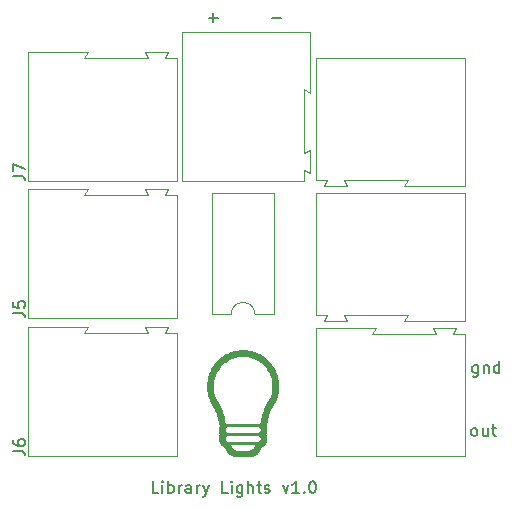
<source format=gbr>
%TF.GenerationSoftware,KiCad,Pcbnew,6.0.10-86aedd382b~118~ubuntu22.10.1*%
%TF.CreationDate,2023-02-01T22:33:22-08:00*%
%TF.ProjectId,lightBoard,6c696768-7442-46f6-9172-642e6b696361,rev?*%
%TF.SameCoordinates,Original*%
%TF.FileFunction,Legend,Top*%
%TF.FilePolarity,Positive*%
%FSLAX46Y46*%
G04 Gerber Fmt 4.6, Leading zero omitted, Abs format (unit mm)*
G04 Created by KiCad (PCBNEW 6.0.10-86aedd382b~118~ubuntu22.10.1) date 2023-02-01 22:33:22*
%MOMM*%
%LPD*%
G01*
G04 APERTURE LIST*
%ADD10C,0.150000*%
%ADD11C,0.000000*%
%ADD12C,0.120000*%
G04 APERTURE END LIST*
D10*
X150066476Y-70048380D02*
X149971238Y-70000761D01*
X149923619Y-69953142D01*
X149876000Y-69857904D01*
X149876000Y-69572190D01*
X149923619Y-69476952D01*
X149971238Y-69429333D01*
X150066476Y-69381714D01*
X150209333Y-69381714D01*
X150304571Y-69429333D01*
X150352190Y-69476952D01*
X150399809Y-69572190D01*
X150399809Y-69857904D01*
X150352190Y-69953142D01*
X150304571Y-70000761D01*
X150209333Y-70048380D01*
X150066476Y-70048380D01*
X151256952Y-69381714D02*
X151256952Y-70048380D01*
X150828380Y-69381714D02*
X150828380Y-69905523D01*
X150876000Y-70000761D01*
X150971238Y-70048380D01*
X151114095Y-70048380D01*
X151209333Y-70000761D01*
X151256952Y-69953142D01*
X151590285Y-69381714D02*
X151971238Y-69381714D01*
X151733142Y-69048380D02*
X151733142Y-69905523D01*
X151780761Y-70000761D01*
X151876000Y-70048380D01*
X151971238Y-70048380D01*
X150439523Y-64047714D02*
X150439523Y-64857238D01*
X150391904Y-64952476D01*
X150344285Y-65000095D01*
X150249047Y-65047714D01*
X150106190Y-65047714D01*
X150010952Y-65000095D01*
X150439523Y-64666761D02*
X150344285Y-64714380D01*
X150153809Y-64714380D01*
X150058571Y-64666761D01*
X150010952Y-64619142D01*
X149963333Y-64523904D01*
X149963333Y-64238190D01*
X150010952Y-64142952D01*
X150058571Y-64095333D01*
X150153809Y-64047714D01*
X150344285Y-64047714D01*
X150439523Y-64095333D01*
X150915714Y-64047714D02*
X150915714Y-64714380D01*
X150915714Y-64142952D02*
X150963333Y-64095333D01*
X151058571Y-64047714D01*
X151201428Y-64047714D01*
X151296666Y-64095333D01*
X151344285Y-64190571D01*
X151344285Y-64714380D01*
X152249047Y-64714380D02*
X152249047Y-63714380D01*
X152249047Y-64666761D02*
X152153809Y-64714380D01*
X151963333Y-64714380D01*
X151868095Y-64666761D01*
X151820476Y-64619142D01*
X151772857Y-64523904D01*
X151772857Y-64238190D01*
X151820476Y-64142952D01*
X151868095Y-64095333D01*
X151963333Y-64047714D01*
X152153809Y-64047714D01*
X152249047Y-64095333D01*
X132969047Y-34615428D02*
X133730952Y-34615428D01*
X127635047Y-34615428D02*
X128396952Y-34615428D01*
X128016000Y-34996380D02*
X128016000Y-34234476D01*
D11*
G36*
X128501030Y-70262147D02*
G01*
X128502156Y-70237272D01*
X128504021Y-70212610D01*
X128506613Y-70188167D01*
X128509921Y-70163952D01*
X128513935Y-70139973D01*
X128518643Y-70116238D01*
X128524034Y-70092756D01*
X128530099Y-70069533D01*
X128536825Y-70046580D01*
X128544203Y-70023903D01*
X128552221Y-70001511D01*
X128560868Y-69979413D01*
X128570134Y-69957615D01*
X128580007Y-69936127D01*
X128590478Y-69914956D01*
X128580007Y-69893785D01*
X128570134Y-69872296D01*
X128560868Y-69850498D01*
X128552221Y-69828399D01*
X128544203Y-69806008D01*
X128536825Y-69783331D01*
X128530099Y-69760377D01*
X128524034Y-69737155D01*
X128518643Y-69713673D01*
X128513935Y-69689938D01*
X128509921Y-69665959D01*
X128506613Y-69641744D01*
X128504021Y-69617301D01*
X128502156Y-69592639D01*
X128501030Y-69567764D01*
X128500666Y-69543613D01*
X129067389Y-69543613D01*
X129067712Y-69556383D01*
X129068671Y-69568986D01*
X129070249Y-69581405D01*
X129072432Y-69593626D01*
X129075203Y-69605633D01*
X129078548Y-69617409D01*
X129082450Y-69628940D01*
X129086894Y-69640210D01*
X129091864Y-69651204D01*
X129097345Y-69661904D01*
X129103322Y-69672297D01*
X129109777Y-69682367D01*
X129116697Y-69692097D01*
X129124065Y-69701473D01*
X129131866Y-69710478D01*
X129140083Y-69719097D01*
X129148703Y-69727315D01*
X129157708Y-69735116D01*
X129167084Y-69742484D01*
X129176814Y-69749403D01*
X129186883Y-69755859D01*
X129197276Y-69761835D01*
X129207977Y-69767316D01*
X129218971Y-69772287D01*
X129230241Y-69776731D01*
X129241772Y-69780633D01*
X129253548Y-69783977D01*
X129265555Y-69786749D01*
X129277776Y-69788932D01*
X129290195Y-69790510D01*
X129302798Y-69791468D01*
X129315568Y-69791791D01*
X131797360Y-69791791D01*
X131810130Y-69791468D01*
X131822733Y-69790510D01*
X131835152Y-69788932D01*
X131847373Y-69786749D01*
X131859380Y-69783977D01*
X131871156Y-69780633D01*
X131882687Y-69776731D01*
X131893957Y-69772287D01*
X131904951Y-69767316D01*
X131915652Y-69761835D01*
X131926045Y-69755859D01*
X131936114Y-69749403D01*
X131945844Y-69742484D01*
X131955220Y-69735116D01*
X131964225Y-69727315D01*
X131972845Y-69719097D01*
X131981062Y-69710478D01*
X131988863Y-69701473D01*
X131996231Y-69692097D01*
X132003151Y-69682367D01*
X132009607Y-69672297D01*
X132015583Y-69661904D01*
X132021064Y-69651204D01*
X132026034Y-69640210D01*
X132030478Y-69628940D01*
X132034380Y-69617409D01*
X132037725Y-69605633D01*
X132040496Y-69593626D01*
X132042679Y-69581405D01*
X132044257Y-69568986D01*
X132045216Y-69556383D01*
X132045539Y-69543613D01*
X132045216Y-69530842D01*
X132044257Y-69518240D01*
X132042679Y-69505820D01*
X132040496Y-69493599D01*
X132037725Y-69481593D01*
X132034380Y-69469816D01*
X132030478Y-69458285D01*
X132026034Y-69447015D01*
X132021064Y-69436022D01*
X132015583Y-69425321D01*
X132009607Y-69414928D01*
X132003151Y-69404858D01*
X131996231Y-69395128D01*
X131988863Y-69385752D01*
X131981062Y-69376747D01*
X131972845Y-69368128D01*
X131964225Y-69359910D01*
X131955220Y-69352109D01*
X131945844Y-69344741D01*
X131936114Y-69337822D01*
X131926045Y-69331366D01*
X131915652Y-69325390D01*
X131904951Y-69319909D01*
X131893957Y-69314938D01*
X131882687Y-69310494D01*
X131871156Y-69306592D01*
X131859380Y-69303247D01*
X131847373Y-69300476D01*
X131835152Y-69298293D01*
X131822733Y-69296715D01*
X131810130Y-69295756D01*
X131797360Y-69295433D01*
X129315568Y-69295433D01*
X129302798Y-69295756D01*
X129290195Y-69296715D01*
X129277776Y-69298293D01*
X129265555Y-69300476D01*
X129253548Y-69303247D01*
X129241772Y-69306592D01*
X129230241Y-69310494D01*
X129218971Y-69314938D01*
X129207977Y-69319909D01*
X129197276Y-69325390D01*
X129186883Y-69331366D01*
X129176814Y-69337822D01*
X129167084Y-69344741D01*
X129157708Y-69352109D01*
X129148703Y-69359910D01*
X129140083Y-69368128D01*
X129131866Y-69376747D01*
X129124065Y-69385752D01*
X129116697Y-69395128D01*
X129109777Y-69404858D01*
X129103322Y-69414928D01*
X129097345Y-69425321D01*
X129091864Y-69436022D01*
X129086894Y-69447015D01*
X129082450Y-69458285D01*
X129078548Y-69469816D01*
X129075203Y-69481593D01*
X129072432Y-69493599D01*
X129070249Y-69505820D01*
X129068671Y-69518240D01*
X129067712Y-69530842D01*
X129067389Y-69543613D01*
X128500666Y-69543613D01*
X128500652Y-69542687D01*
X128500976Y-69519507D01*
X128501943Y-69496507D01*
X128503545Y-69473692D01*
X128505774Y-69451066D01*
X128508621Y-69428636D01*
X128512079Y-69406406D01*
X128516139Y-69384383D01*
X128520793Y-69362571D01*
X128526033Y-69340977D01*
X128531851Y-69319605D01*
X128538239Y-69298460D01*
X128545189Y-69277549D01*
X128552691Y-69256877D01*
X128560740Y-69236449D01*
X128569325Y-69216270D01*
X128578439Y-69196347D01*
X128567426Y-69176197D01*
X128556967Y-69155690D01*
X128547071Y-69134838D01*
X128537751Y-69113654D01*
X128529017Y-69092150D01*
X128520880Y-69070338D01*
X128513350Y-69048231D01*
X128506439Y-69025839D01*
X128500158Y-69003177D01*
X128494517Y-68980255D01*
X128489526Y-68957087D01*
X128485198Y-68933684D01*
X128481543Y-68910058D01*
X128478571Y-68886222D01*
X128476294Y-68862188D01*
X128474722Y-68837969D01*
X128461428Y-68731497D01*
X128445588Y-68630897D01*
X128427329Y-68535701D01*
X128406774Y-68445443D01*
X128384049Y-68359656D01*
X128359278Y-68277873D01*
X128332587Y-68199628D01*
X128304099Y-68124454D01*
X128273940Y-68051884D01*
X128242235Y-67981453D01*
X128209108Y-67912692D01*
X128174685Y-67845137D01*
X128102446Y-67711772D01*
X128026518Y-67577626D01*
X127934576Y-67413948D01*
X127843133Y-67241415D01*
X127798731Y-67150716D01*
X127755814Y-67056467D01*
X127714833Y-66958226D01*
X127676243Y-66855545D01*
X127640496Y-66747982D01*
X127608045Y-66635090D01*
X127579344Y-66516424D01*
X127554845Y-66391541D01*
X127535001Y-66259994D01*
X127520266Y-66121339D01*
X127511093Y-65975131D01*
X127507935Y-65820925D01*
X128074673Y-65820925D01*
X128077010Y-65944002D01*
X128083841Y-66060554D01*
X128094896Y-66171040D01*
X128109906Y-66275921D01*
X128128599Y-66375654D01*
X128150707Y-66470699D01*
X128175960Y-66561515D01*
X128204087Y-66648560D01*
X128267884Y-66813177D01*
X128339940Y-66968220D01*
X128418095Y-67117363D01*
X128500189Y-67264277D01*
X128667556Y-67566107D01*
X128748511Y-67728367D01*
X128824766Y-67903087D01*
X128860457Y-67996266D01*
X128894163Y-68093938D01*
X128925615Y-68196560D01*
X128954542Y-68304593D01*
X128980675Y-68418494D01*
X129003744Y-68538723D01*
X129023478Y-68665739D01*
X129039608Y-68800002D01*
X129040534Y-68800002D01*
X129040857Y-68812772D01*
X129041816Y-68825374D01*
X129043394Y-68837794D01*
X129045577Y-68850015D01*
X129048348Y-68862021D01*
X129051693Y-68873798D01*
X129055595Y-68885329D01*
X129060039Y-68896599D01*
X129065009Y-68907592D01*
X129070490Y-68918293D01*
X129076467Y-68928686D01*
X129082922Y-68938755D01*
X129089842Y-68948486D01*
X129097210Y-68957861D01*
X129105011Y-68966867D01*
X129113228Y-68975486D01*
X129121848Y-68983704D01*
X129130853Y-68991504D01*
X129140229Y-68998872D01*
X129149959Y-69005792D01*
X129160028Y-69012248D01*
X129170421Y-69018224D01*
X129181122Y-69023705D01*
X129192116Y-69028675D01*
X129203385Y-69033119D01*
X129214917Y-69037022D01*
X129226693Y-69040366D01*
X129238700Y-69043138D01*
X129250921Y-69045320D01*
X129263340Y-69046899D01*
X129275943Y-69047857D01*
X129288713Y-69048180D01*
X131824215Y-69048180D01*
X131836986Y-69047857D01*
X131849588Y-69046899D01*
X131862008Y-69045320D01*
X131874229Y-69043138D01*
X131886235Y-69040366D01*
X131898012Y-69037022D01*
X131909543Y-69033119D01*
X131920813Y-69028675D01*
X131931806Y-69023705D01*
X131942507Y-69018224D01*
X131952900Y-69012248D01*
X131962970Y-69005792D01*
X131972700Y-68998872D01*
X131982076Y-68991504D01*
X131991081Y-68983704D01*
X131999700Y-68975486D01*
X132007918Y-68966867D01*
X132015719Y-68957861D01*
X132023087Y-68948486D01*
X132030006Y-68938755D01*
X132036462Y-68928686D01*
X132042438Y-68918293D01*
X132047919Y-68907592D01*
X132052890Y-68896599D01*
X132057334Y-68885329D01*
X132061236Y-68873798D01*
X132064580Y-68862021D01*
X132067352Y-68850015D01*
X132069535Y-68837794D01*
X132071113Y-68825374D01*
X132072072Y-68812772D01*
X132072395Y-68800002D01*
X132088609Y-68665824D01*
X132108422Y-68538886D01*
X132131564Y-68418731D01*
X132157766Y-68304898D01*
X132186757Y-68196930D01*
X132218268Y-68094367D01*
X132252030Y-67996751D01*
X132287771Y-67903622D01*
X132364117Y-67728992D01*
X132445146Y-67566807D01*
X132612624Y-67265087D01*
X132694756Y-67118211D01*
X132772939Y-66969097D01*
X132845015Y-66814074D01*
X132878089Y-66733200D01*
X132908827Y-66649472D01*
X132936958Y-66562431D01*
X132962214Y-66471619D01*
X132984325Y-66376577D01*
X133003021Y-66276845D01*
X133018031Y-66171966D01*
X133029087Y-66061479D01*
X133035918Y-65944927D01*
X133038255Y-65821851D01*
X133035026Y-65694148D01*
X133025441Y-65568121D01*
X133009657Y-65443925D01*
X132987830Y-65321716D01*
X132960115Y-65201651D01*
X132926669Y-65083885D01*
X132887648Y-64968574D01*
X132843208Y-64855874D01*
X132793504Y-64745942D01*
X132738694Y-64638932D01*
X132678932Y-64535003D01*
X132614374Y-64434308D01*
X132545178Y-64337005D01*
X132471498Y-64243249D01*
X132393491Y-64153196D01*
X132311313Y-64067002D01*
X132225119Y-63984824D01*
X132135067Y-63906817D01*
X132041311Y-63833137D01*
X131944007Y-63763941D01*
X131843313Y-63699384D01*
X131739383Y-63639622D01*
X131632374Y-63584811D01*
X131522441Y-63535107D01*
X131409742Y-63490667D01*
X131294431Y-63451646D01*
X131176664Y-63418200D01*
X131056599Y-63390486D01*
X130934390Y-63368658D01*
X130810194Y-63352874D01*
X130684167Y-63343289D01*
X130556464Y-63340060D01*
X130428761Y-63343287D01*
X130302734Y-63352864D01*
X130178538Y-63368635D01*
X130056329Y-63390446D01*
X129936264Y-63418139D01*
X129818498Y-63451560D01*
X129703187Y-63490553D01*
X129590487Y-63534963D01*
X129480555Y-63584632D01*
X129373545Y-63639407D01*
X129269616Y-63699130D01*
X129168921Y-63763648D01*
X129071618Y-63832803D01*
X128977862Y-63906440D01*
X128887809Y-63984404D01*
X128801615Y-64066539D01*
X128719437Y-64152690D01*
X128641430Y-64242699D01*
X128567750Y-64336413D01*
X128498554Y-64433675D01*
X128433996Y-64534330D01*
X128374234Y-64638221D01*
X128319424Y-64745194D01*
X128269720Y-64855093D01*
X128225280Y-64967761D01*
X128186259Y-65083044D01*
X128152813Y-65200786D01*
X128125098Y-65320830D01*
X128103271Y-65443022D01*
X128087487Y-65567206D01*
X128077902Y-65693225D01*
X128074673Y-65820925D01*
X127507935Y-65820925D01*
X127511910Y-65664303D01*
X127523706Y-65509707D01*
X127543130Y-65357332D01*
X127569989Y-65207370D01*
X127604089Y-65060015D01*
X127645238Y-64915459D01*
X127693243Y-64773896D01*
X127747910Y-64635520D01*
X127809046Y-64500522D01*
X127876458Y-64369096D01*
X127949953Y-64241436D01*
X128029338Y-64117734D01*
X128114419Y-63998184D01*
X128205004Y-63882978D01*
X128300900Y-63772310D01*
X128401912Y-63666374D01*
X128507849Y-63565361D01*
X128618517Y-63469466D01*
X128733722Y-63378881D01*
X128853273Y-63293799D01*
X128976975Y-63214414D01*
X129104635Y-63140919D01*
X129236061Y-63073507D01*
X129371058Y-63012371D01*
X129509435Y-62957704D01*
X129650998Y-62909700D01*
X129795554Y-62868551D01*
X129942909Y-62834450D01*
X130092871Y-62807591D01*
X130245246Y-62788167D01*
X130399841Y-62776371D01*
X130556464Y-62772396D01*
X130713087Y-62776371D01*
X130867682Y-62788167D01*
X131020057Y-62807591D01*
X131170017Y-62834450D01*
X131317371Y-62868551D01*
X131461924Y-62909700D01*
X131603483Y-62957704D01*
X131741855Y-63012371D01*
X131876847Y-63073507D01*
X132008265Y-63140919D01*
X132135916Y-63214414D01*
X132259607Y-63293799D01*
X132379144Y-63378881D01*
X132494334Y-63469466D01*
X132604984Y-63565361D01*
X132710900Y-63666374D01*
X132811889Y-63772310D01*
X132907759Y-63882978D01*
X132998315Y-63998184D01*
X133083364Y-64117734D01*
X133162713Y-64241436D01*
X133236169Y-64369096D01*
X133303538Y-64500522D01*
X133364627Y-64635520D01*
X133419243Y-64773896D01*
X133467193Y-64915459D01*
X133508282Y-65060015D01*
X133542318Y-65207370D01*
X133569108Y-65357332D01*
X133588459Y-65509707D01*
X133600176Y-65664303D01*
X133604066Y-65820925D01*
X133600918Y-65974979D01*
X133591773Y-66121073D01*
X133577079Y-66259650D01*
X133557287Y-66391150D01*
X133532844Y-66516014D01*
X133504200Y-66634683D01*
X133471804Y-66747597D01*
X133436105Y-66855198D01*
X133397552Y-66957926D01*
X133356594Y-67056223D01*
X133313680Y-67150529D01*
X133269259Y-67241285D01*
X133177691Y-67413910D01*
X133085483Y-67577626D01*
X133009555Y-67712036D01*
X132937316Y-67845513D01*
X132869766Y-67981811D01*
X132838061Y-68052192D01*
X132807902Y-68124686D01*
X132779414Y-68199762D01*
X132752723Y-68277891D01*
X132727952Y-68359541D01*
X132705227Y-68445183D01*
X132684672Y-68535284D01*
X132666413Y-68630315D01*
X132650573Y-68730745D01*
X132637278Y-68837043D01*
X132635870Y-68861263D01*
X132633735Y-68885299D01*
X132630888Y-68909139D01*
X132627338Y-68932773D01*
X132623100Y-68956190D01*
X132618185Y-68979379D01*
X132612605Y-69002329D01*
X132606372Y-69025029D01*
X132599500Y-69047470D01*
X132591999Y-69069639D01*
X132583882Y-69091525D01*
X132575162Y-69113119D01*
X132565850Y-69134409D01*
X132555959Y-69155384D01*
X132545501Y-69176034D01*
X132534488Y-69196347D01*
X132543603Y-69216118D01*
X132552188Y-69236183D01*
X132560236Y-69256533D01*
X132567739Y-69277159D01*
X132574689Y-69298050D01*
X132581076Y-69319198D01*
X132586894Y-69340592D01*
X132592135Y-69362224D01*
X132596789Y-69384084D01*
X132600849Y-69406162D01*
X132604307Y-69428450D01*
X132607154Y-69450936D01*
X132609383Y-69473613D01*
X132610985Y-69496469D01*
X132611952Y-69519497D01*
X132612276Y-69542687D01*
X132611888Y-69567764D01*
X132610731Y-69592639D01*
X132608821Y-69617301D01*
X132606170Y-69641744D01*
X132602792Y-69665959D01*
X132598700Y-69689938D01*
X132593909Y-69713673D01*
X132588431Y-69737155D01*
X132582280Y-69760378D01*
X132575470Y-69783331D01*
X132568014Y-69806008D01*
X132559926Y-69828400D01*
X132551219Y-69850499D01*
X132541908Y-69872296D01*
X132532005Y-69893785D01*
X132521524Y-69914956D01*
X132532158Y-69936127D01*
X132542174Y-69957615D01*
X132551563Y-69979413D01*
X132560317Y-70001512D01*
X132568424Y-70023904D01*
X132575877Y-70046580D01*
X132582664Y-70069534D01*
X132588778Y-70092756D01*
X132594208Y-70116238D01*
X132598944Y-70139973D01*
X132602978Y-70163952D01*
X132606300Y-70188167D01*
X132608900Y-70212610D01*
X132610769Y-70237272D01*
X132611898Y-70262147D01*
X132612276Y-70287224D01*
X132611632Y-70319885D01*
X132609715Y-70352218D01*
X132606550Y-70384199D01*
X132602162Y-70415805D01*
X132596575Y-70447011D01*
X132589812Y-70477794D01*
X132581900Y-70508129D01*
X132572861Y-70537994D01*
X132562722Y-70567363D01*
X132551505Y-70596213D01*
X132539235Y-70624520D01*
X132525937Y-70652260D01*
X132511636Y-70679410D01*
X132496355Y-70705945D01*
X132480119Y-70731841D01*
X132462952Y-70757075D01*
X132444879Y-70781622D01*
X132425925Y-70805459D01*
X132406113Y-70828562D01*
X132385468Y-70850907D01*
X132364015Y-70872470D01*
X132341778Y-70893227D01*
X132318781Y-70913154D01*
X132295049Y-70932227D01*
X132270606Y-70950423D01*
X132245477Y-70967717D01*
X132219685Y-70984085D01*
X132193257Y-70999504D01*
X132166215Y-71013950D01*
X132138584Y-71027399D01*
X132110389Y-71039826D01*
X132081654Y-71051209D01*
X132069677Y-71093824D01*
X132055999Y-71135693D01*
X132023697Y-71217037D01*
X131985068Y-71294922D01*
X131940433Y-71369029D01*
X131890111Y-71439040D01*
X131834423Y-71504635D01*
X131773689Y-71565495D01*
X131708228Y-71621303D01*
X131638362Y-71671739D01*
X131564410Y-71716485D01*
X131486692Y-71755221D01*
X131405528Y-71787629D01*
X131363755Y-71801360D01*
X131321240Y-71813390D01*
X131278023Y-71823678D01*
X131234145Y-71832186D01*
X131189646Y-71838872D01*
X131144566Y-71843697D01*
X131098945Y-71846621D01*
X131052822Y-71847605D01*
X130060106Y-71847605D01*
X130014065Y-71846618D01*
X129968514Y-71843686D01*
X129923495Y-71838849D01*
X129879048Y-71832148D01*
X129835214Y-71823621D01*
X129792032Y-71813311D01*
X129749544Y-71801256D01*
X129707790Y-71787499D01*
X129666811Y-71772078D01*
X129626647Y-71755034D01*
X129587338Y-71736408D01*
X129548925Y-71716240D01*
X129511449Y-71694571D01*
X129474951Y-71671440D01*
X129439470Y-71646888D01*
X129405047Y-71620956D01*
X129371723Y-71593683D01*
X129339538Y-71565111D01*
X129308533Y-71535279D01*
X129278749Y-71504228D01*
X129250225Y-71471998D01*
X129223003Y-71438629D01*
X129197123Y-71404163D01*
X129172625Y-71368638D01*
X129149550Y-71332097D01*
X129127939Y-71294578D01*
X129107831Y-71256123D01*
X129089269Y-71216771D01*
X129072291Y-71176564D01*
X129056939Y-71135540D01*
X129043253Y-71093742D01*
X129031273Y-71051209D01*
X128974344Y-71027389D01*
X128919671Y-70999466D01*
X128867451Y-70967637D01*
X128817879Y-70932097D01*
X128771150Y-70893040D01*
X128727459Y-70850663D01*
X128687003Y-70805160D01*
X128671214Y-70784508D01*
X129563747Y-70784508D01*
X129564393Y-70810049D01*
X129566310Y-70835254D01*
X129569467Y-70860094D01*
X129573832Y-70884535D01*
X129579375Y-70908548D01*
X129586065Y-70932102D01*
X129593869Y-70955164D01*
X129602757Y-70977704D01*
X129612698Y-70999690D01*
X129623660Y-71021092D01*
X129635612Y-71041878D01*
X129648524Y-71062017D01*
X129662363Y-71081477D01*
X129677099Y-71100229D01*
X129692700Y-71118239D01*
X129709136Y-71135478D01*
X129726375Y-71151914D01*
X129744385Y-71167515D01*
X129763136Y-71182251D01*
X129782597Y-71196090D01*
X129802736Y-71209002D01*
X129823522Y-71220954D01*
X129844924Y-71231916D01*
X129866910Y-71241857D01*
X129889450Y-71250745D01*
X129912512Y-71258549D01*
X129936066Y-71265238D01*
X129960079Y-71270781D01*
X129984521Y-71275147D01*
X130009360Y-71278303D01*
X130034565Y-71280220D01*
X130060106Y-71280866D01*
X131052823Y-71280866D01*
X131078363Y-71280220D01*
X131103569Y-71278303D01*
X131128408Y-71275147D01*
X131152850Y-71270781D01*
X131176863Y-71265238D01*
X131200416Y-71258549D01*
X131223478Y-71250745D01*
X131246018Y-71241857D01*
X131268005Y-71231916D01*
X131289406Y-71220954D01*
X131310192Y-71209002D01*
X131330331Y-71196090D01*
X131349792Y-71182251D01*
X131368543Y-71167515D01*
X131386554Y-71151914D01*
X131403792Y-71135478D01*
X131420228Y-71118239D01*
X131435829Y-71100229D01*
X131450565Y-71081477D01*
X131464405Y-71062017D01*
X131477316Y-71041878D01*
X131489269Y-71021092D01*
X131500231Y-70999690D01*
X131510171Y-70977704D01*
X131519059Y-70955164D01*
X131526864Y-70932102D01*
X131533553Y-70908548D01*
X131539096Y-70884535D01*
X131543461Y-70860094D01*
X131546618Y-70835254D01*
X131548535Y-70810049D01*
X131549181Y-70784508D01*
X129563747Y-70784508D01*
X128671214Y-70784508D01*
X128649976Y-70756728D01*
X128616573Y-70705560D01*
X128586991Y-70651853D01*
X128561423Y-70595802D01*
X128540066Y-70537603D01*
X128523115Y-70477450D01*
X128510766Y-70415539D01*
X128503213Y-70352065D01*
X128500688Y-70288150D01*
X129067389Y-70288150D01*
X129067712Y-70300920D01*
X129068671Y-70313523D01*
X129070249Y-70325942D01*
X129072432Y-70338163D01*
X129075203Y-70350170D01*
X129078548Y-70361946D01*
X129082450Y-70373478D01*
X129086894Y-70384747D01*
X129091864Y-70395741D01*
X129097345Y-70406442D01*
X129103322Y-70416835D01*
X129109777Y-70426904D01*
X129116697Y-70436634D01*
X129124065Y-70446010D01*
X129131866Y-70455015D01*
X129140083Y-70463635D01*
X129148703Y-70471852D01*
X129157708Y-70479653D01*
X129167084Y-70487021D01*
X129176814Y-70493941D01*
X129186883Y-70500396D01*
X129197276Y-70506372D01*
X129207977Y-70511854D01*
X129218971Y-70516824D01*
X129230241Y-70521268D01*
X129241772Y-70525170D01*
X129253548Y-70528515D01*
X129265555Y-70531286D01*
X129277776Y-70533469D01*
X129290195Y-70535047D01*
X129302798Y-70536006D01*
X129315568Y-70536329D01*
X131797360Y-70536329D01*
X131810130Y-70536006D01*
X131822733Y-70535047D01*
X131835152Y-70533469D01*
X131847373Y-70531286D01*
X131859380Y-70528515D01*
X131871156Y-70525170D01*
X131882687Y-70521268D01*
X131893957Y-70516824D01*
X131904951Y-70511854D01*
X131915652Y-70506372D01*
X131926045Y-70500396D01*
X131936114Y-70493941D01*
X131945844Y-70487021D01*
X131955220Y-70479653D01*
X131964225Y-70471852D01*
X131972845Y-70463635D01*
X131981062Y-70455015D01*
X131988863Y-70446010D01*
X131996231Y-70436634D01*
X132003151Y-70426904D01*
X132009607Y-70416835D01*
X132015583Y-70406442D01*
X132021064Y-70395741D01*
X132026034Y-70384747D01*
X132030478Y-70373478D01*
X132034380Y-70361946D01*
X132037725Y-70350170D01*
X132040496Y-70338163D01*
X132042679Y-70325942D01*
X132044257Y-70313523D01*
X132045216Y-70300920D01*
X132045539Y-70288150D01*
X132045216Y-70275380D01*
X132044257Y-70262777D01*
X132042679Y-70250357D01*
X132040496Y-70238136D01*
X132037725Y-70226130D01*
X132034380Y-70214353D01*
X132030478Y-70202822D01*
X132026034Y-70191552D01*
X132021064Y-70180559D01*
X132015583Y-70169858D01*
X132009607Y-70159465D01*
X132003151Y-70149396D01*
X131996231Y-70139665D01*
X131988863Y-70130290D01*
X131981062Y-70121284D01*
X131972845Y-70112665D01*
X131964225Y-70104447D01*
X131955220Y-70096646D01*
X131945844Y-70089278D01*
X131936114Y-70082359D01*
X131926045Y-70075903D01*
X131915652Y-70069927D01*
X131904951Y-70064446D01*
X131893957Y-70059475D01*
X131882687Y-70055031D01*
X131871156Y-70051129D01*
X131859380Y-70047785D01*
X131847373Y-70045013D01*
X131835152Y-70042830D01*
X131822733Y-70041252D01*
X131810130Y-70040294D01*
X131797360Y-70039971D01*
X129315568Y-70039971D01*
X129302798Y-70040294D01*
X129290195Y-70041252D01*
X129277776Y-70042830D01*
X129265555Y-70045013D01*
X129253548Y-70047785D01*
X129241772Y-70051129D01*
X129230241Y-70055031D01*
X129218971Y-70059475D01*
X129207977Y-70064446D01*
X129197276Y-70069927D01*
X129186883Y-70075903D01*
X129176814Y-70082359D01*
X129167084Y-70089278D01*
X129157708Y-70096646D01*
X129148703Y-70104447D01*
X129140083Y-70112665D01*
X129131866Y-70121284D01*
X129124065Y-70130290D01*
X129116697Y-70139665D01*
X129109777Y-70149396D01*
X129103322Y-70159465D01*
X129097345Y-70169858D01*
X129091864Y-70180559D01*
X129086894Y-70191552D01*
X129082450Y-70202822D01*
X129078548Y-70214353D01*
X129075203Y-70226130D01*
X129072432Y-70238136D01*
X129070249Y-70250357D01*
X129068671Y-70262777D01*
X129067712Y-70275380D01*
X129067389Y-70288150D01*
X128500688Y-70288150D01*
X128500652Y-70287224D01*
X128501030Y-70262147D01*
G37*
D10*
X123389238Y-74874380D02*
X122913047Y-74874380D01*
X122913047Y-73874380D01*
X123722571Y-74874380D02*
X123722571Y-74207714D01*
X123722571Y-73874380D02*
X123674952Y-73922000D01*
X123722571Y-73969619D01*
X123770190Y-73922000D01*
X123722571Y-73874380D01*
X123722571Y-73969619D01*
X124198761Y-74874380D02*
X124198761Y-73874380D01*
X124198761Y-74255333D02*
X124294000Y-74207714D01*
X124484476Y-74207714D01*
X124579714Y-74255333D01*
X124627333Y-74302952D01*
X124674952Y-74398190D01*
X124674952Y-74683904D01*
X124627333Y-74779142D01*
X124579714Y-74826761D01*
X124484476Y-74874380D01*
X124294000Y-74874380D01*
X124198761Y-74826761D01*
X125103523Y-74874380D02*
X125103523Y-74207714D01*
X125103523Y-74398190D02*
X125151142Y-74302952D01*
X125198761Y-74255333D01*
X125294000Y-74207714D01*
X125389238Y-74207714D01*
X126151142Y-74874380D02*
X126151142Y-74350571D01*
X126103523Y-74255333D01*
X126008285Y-74207714D01*
X125817809Y-74207714D01*
X125722571Y-74255333D01*
X126151142Y-74826761D02*
X126055904Y-74874380D01*
X125817809Y-74874380D01*
X125722571Y-74826761D01*
X125674952Y-74731523D01*
X125674952Y-74636285D01*
X125722571Y-74541047D01*
X125817809Y-74493428D01*
X126055904Y-74493428D01*
X126151142Y-74445809D01*
X126627333Y-74874380D02*
X126627333Y-74207714D01*
X126627333Y-74398190D02*
X126674952Y-74302952D01*
X126722571Y-74255333D01*
X126817809Y-74207714D01*
X126913047Y-74207714D01*
X127151142Y-74207714D02*
X127389238Y-74874380D01*
X127627333Y-74207714D02*
X127389238Y-74874380D01*
X127294000Y-75112476D01*
X127246380Y-75160095D01*
X127151142Y-75207714D01*
X129246380Y-74874380D02*
X128770190Y-74874380D01*
X128770190Y-73874380D01*
X129579714Y-74874380D02*
X129579714Y-74207714D01*
X129579714Y-73874380D02*
X129532095Y-73922000D01*
X129579714Y-73969619D01*
X129627333Y-73922000D01*
X129579714Y-73874380D01*
X129579714Y-73969619D01*
X130484476Y-74207714D02*
X130484476Y-75017238D01*
X130436857Y-75112476D01*
X130389238Y-75160095D01*
X130294000Y-75207714D01*
X130151142Y-75207714D01*
X130055904Y-75160095D01*
X130484476Y-74826761D02*
X130389238Y-74874380D01*
X130198761Y-74874380D01*
X130103523Y-74826761D01*
X130055904Y-74779142D01*
X130008285Y-74683904D01*
X130008285Y-74398190D01*
X130055904Y-74302952D01*
X130103523Y-74255333D01*
X130198761Y-74207714D01*
X130389238Y-74207714D01*
X130484476Y-74255333D01*
X130960666Y-74874380D02*
X130960666Y-73874380D01*
X131389238Y-74874380D02*
X131389238Y-74350571D01*
X131341619Y-74255333D01*
X131246380Y-74207714D01*
X131103523Y-74207714D01*
X131008285Y-74255333D01*
X130960666Y-74302952D01*
X131722571Y-74207714D02*
X132103523Y-74207714D01*
X131865428Y-73874380D02*
X131865428Y-74731523D01*
X131913047Y-74826761D01*
X132008285Y-74874380D01*
X132103523Y-74874380D01*
X132389238Y-74826761D02*
X132484476Y-74874380D01*
X132674952Y-74874380D01*
X132770190Y-74826761D01*
X132817809Y-74731523D01*
X132817809Y-74683904D01*
X132770190Y-74588666D01*
X132674952Y-74541047D01*
X132532095Y-74541047D01*
X132436857Y-74493428D01*
X132389238Y-74398190D01*
X132389238Y-74350571D01*
X132436857Y-74255333D01*
X132532095Y-74207714D01*
X132674952Y-74207714D01*
X132770190Y-74255333D01*
X133913047Y-74207714D02*
X134151142Y-74874380D01*
X134389238Y-74207714D01*
X135294000Y-74874380D02*
X134722571Y-74874380D01*
X135008285Y-74874380D02*
X135008285Y-73874380D01*
X134913047Y-74017238D01*
X134817809Y-74112476D01*
X134722571Y-74160095D01*
X135722571Y-74779142D02*
X135770190Y-74826761D01*
X135722571Y-74874380D01*
X135674952Y-74826761D01*
X135722571Y-74779142D01*
X135722571Y-74874380D01*
X136389238Y-73874380D02*
X136484476Y-73874380D01*
X136579714Y-73922000D01*
X136627333Y-73969619D01*
X136674952Y-74064857D01*
X136722571Y-74255333D01*
X136722571Y-74493428D01*
X136674952Y-74683904D01*
X136627333Y-74779142D01*
X136579714Y-74826761D01*
X136484476Y-74874380D01*
X136389238Y-74874380D01*
X136294000Y-74826761D01*
X136246380Y-74779142D01*
X136198761Y-74683904D01*
X136151142Y-74493428D01*
X136151142Y-74255333D01*
X136198761Y-74064857D01*
X136246380Y-73969619D01*
X136294000Y-73922000D01*
X136389238Y-73874380D01*
%TO.C,J7*%
X111080380Y-48024333D02*
X111794666Y-48024333D01*
X111937523Y-48071952D01*
X112032761Y-48167190D01*
X112080380Y-48310047D01*
X112080380Y-48405285D01*
X111080380Y-47643380D02*
X111080380Y-46976714D01*
X112080380Y-47405285D01*
%TO.C,J6*%
X111080380Y-71312333D02*
X111794666Y-71312333D01*
X111937523Y-71359952D01*
X112032761Y-71455190D01*
X112080380Y-71598047D01*
X112080380Y-71693285D01*
X111080380Y-70407571D02*
X111080380Y-70598047D01*
X111128000Y-70693285D01*
X111175619Y-70740904D01*
X111318476Y-70836142D01*
X111508952Y-70883761D01*
X111889904Y-70883761D01*
X111985142Y-70836142D01*
X112032761Y-70788523D01*
X112080380Y-70693285D01*
X112080380Y-70502809D01*
X112032761Y-70407571D01*
X111985142Y-70359952D01*
X111889904Y-70312333D01*
X111651809Y-70312333D01*
X111556571Y-70359952D01*
X111508952Y-70407571D01*
X111461333Y-70502809D01*
X111461333Y-70693285D01*
X111508952Y-70788523D01*
X111556571Y-70836142D01*
X111651809Y-70883761D01*
%TO.C,J5*%
X111080380Y-59628333D02*
X111794666Y-59628333D01*
X111937523Y-59675952D01*
X112032761Y-59771190D01*
X112080380Y-59914047D01*
X112080380Y-60009285D01*
X111080380Y-58675952D02*
X111080380Y-59152142D01*
X111556571Y-59199761D01*
X111508952Y-59152142D01*
X111461333Y-59056904D01*
X111461333Y-58818809D01*
X111508952Y-58723571D01*
X111556571Y-58675952D01*
X111651809Y-58628333D01*
X111889904Y-58628333D01*
X111985142Y-58675952D01*
X112032761Y-58723571D01*
X112080380Y-58818809D01*
X112080380Y-59056904D01*
X112032761Y-59152142D01*
X111985142Y-59199761D01*
D12*
%TO.C,U1*%
X127896000Y-59740000D02*
X129546000Y-59740000D01*
X133196000Y-59740000D02*
X133196000Y-49460000D01*
X127896000Y-49460000D02*
X127896000Y-59740000D01*
X131546000Y-59740000D02*
X133196000Y-59740000D01*
X133196000Y-49460000D02*
X127896000Y-49460000D01*
X131546000Y-59740000D02*
G75*
G03*
X129546000Y-59740000I-1000000J0D01*
G01*
%TO.C,J7*%
X122268000Y-37571000D02*
X122518000Y-38071000D01*
X124918000Y-48421000D02*
X124918000Y-38071000D01*
X122318000Y-37571000D02*
X122268000Y-37571000D01*
X117418000Y-37571000D02*
X112318000Y-37571000D01*
X112318000Y-37571000D02*
X112318000Y-48421000D01*
X112318000Y-48421000D02*
X124918000Y-48421000D01*
X122518000Y-38071000D02*
X117118000Y-38071000D01*
X123968000Y-38071000D02*
X124218000Y-37571000D01*
X117118000Y-38071000D02*
X117418000Y-37571000D01*
X124918000Y-38071000D02*
X123968000Y-38071000D01*
X124218000Y-37571000D02*
X122318000Y-37571000D01*
%TO.C,J6*%
X122268000Y-60859000D02*
X122518000Y-61359000D01*
X124918000Y-71709000D02*
X124918000Y-61359000D01*
X122318000Y-60859000D02*
X122268000Y-60859000D01*
X117418000Y-60859000D02*
X112318000Y-60859000D01*
X112318000Y-60859000D02*
X112318000Y-71709000D01*
X112318000Y-71709000D02*
X124918000Y-71709000D01*
X122518000Y-61359000D02*
X117118000Y-61359000D01*
X123968000Y-61359000D02*
X124218000Y-60859000D01*
X117118000Y-61359000D02*
X117418000Y-60859000D01*
X124918000Y-61359000D02*
X123968000Y-61359000D01*
X124218000Y-60859000D02*
X122318000Y-60859000D01*
%TO.C,J5*%
X122268000Y-49175000D02*
X122518000Y-49675000D01*
X124918000Y-60025000D02*
X124918000Y-49675000D01*
X122318000Y-49175000D02*
X122268000Y-49175000D01*
X117418000Y-49175000D02*
X112318000Y-49175000D01*
X112318000Y-49175000D02*
X112318000Y-60025000D01*
X112318000Y-60025000D02*
X124918000Y-60025000D01*
X122518000Y-49675000D02*
X117118000Y-49675000D01*
X123968000Y-49675000D02*
X124218000Y-49175000D01*
X117118000Y-49675000D02*
X117418000Y-49175000D01*
X124918000Y-49675000D02*
X123968000Y-49675000D01*
X124218000Y-49175000D02*
X122318000Y-49175000D01*
%TO.C,J4*%
X136216000Y-47764000D02*
X136216000Y-45864000D01*
X135716000Y-48464000D02*
X135716000Y-47514000D01*
X135716000Y-40664000D02*
X136216000Y-40964000D01*
X135716000Y-47514000D02*
X136216000Y-47764000D01*
X135716000Y-46064000D02*
X135716000Y-40664000D01*
X125366000Y-35864000D02*
X125366000Y-48464000D01*
X136216000Y-35864000D02*
X125366000Y-35864000D01*
X136216000Y-40964000D02*
X136216000Y-35864000D01*
X136216000Y-45864000D02*
X136216000Y-45814000D01*
X125366000Y-48464000D02*
X135716000Y-48464000D01*
X136216000Y-45814000D02*
X135716000Y-46064000D01*
%TO.C,J3*%
X148602000Y-60888000D02*
X146702000Y-60888000D01*
X149302000Y-61388000D02*
X148352000Y-61388000D01*
X141502000Y-61388000D02*
X141802000Y-60888000D01*
X148352000Y-61388000D02*
X148602000Y-60888000D01*
X146902000Y-61388000D02*
X141502000Y-61388000D01*
X136702000Y-71738000D02*
X149302000Y-71738000D01*
X136702000Y-60888000D02*
X136702000Y-71738000D01*
X141802000Y-60888000D02*
X136702000Y-60888000D01*
X146702000Y-60888000D02*
X146652000Y-60888000D01*
X149302000Y-71738000D02*
X149302000Y-61388000D01*
X146652000Y-60888000D02*
X146902000Y-61388000D01*
%TO.C,J2*%
X139352000Y-48898000D02*
X139102000Y-48398000D01*
X136702000Y-38048000D02*
X136702000Y-48398000D01*
X139302000Y-48898000D02*
X139352000Y-48898000D01*
X144202000Y-48898000D02*
X149302000Y-48898000D01*
X149302000Y-48898000D02*
X149302000Y-38048000D01*
X149302000Y-38048000D02*
X136702000Y-38048000D01*
X139102000Y-48398000D02*
X144502000Y-48398000D01*
X137652000Y-48398000D02*
X137402000Y-48898000D01*
X144502000Y-48398000D02*
X144202000Y-48898000D01*
X136702000Y-48398000D02*
X137652000Y-48398000D01*
X137402000Y-48898000D02*
X139302000Y-48898000D01*
%TO.C,J1*%
X139352000Y-60328000D02*
X139102000Y-59828000D01*
X136702000Y-49478000D02*
X136702000Y-59828000D01*
X139302000Y-60328000D02*
X139352000Y-60328000D01*
X144202000Y-60328000D02*
X149302000Y-60328000D01*
X149302000Y-60328000D02*
X149302000Y-49478000D01*
X149302000Y-49478000D02*
X136702000Y-49478000D01*
X139102000Y-59828000D02*
X144502000Y-59828000D01*
X137652000Y-59828000D02*
X137402000Y-60328000D01*
X144502000Y-59828000D02*
X144202000Y-60328000D01*
X136702000Y-59828000D02*
X137652000Y-59828000D01*
X137402000Y-60328000D02*
X139302000Y-60328000D01*
%TD*%
M02*

</source>
